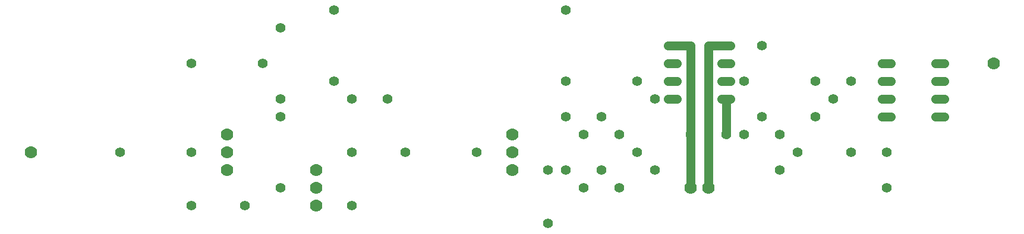
<source format=gbl>
G75*
%MOIN*%
%OFA0B0*%
%FSLAX25Y25*%
%IPPOS*%
%LPD*%
%AMOC8*
5,1,8,0,0,1.08239X$1,22.5*
%
%ADD10C,0.05543*%
%ADD11C,0.05150*%
%ADD12C,0.07000*%
%ADD13C,0.05000*%
D10*
X0098450Y0071000D03*
X0128450Y0071000D03*
X0148450Y0081000D03*
X0188450Y0071000D03*
X0188450Y0101000D03*
X0218450Y0101000D03*
X0258450Y0101000D03*
X0298450Y0091000D03*
X0308450Y0091000D03*
X0328450Y0091000D03*
X0318450Y0081000D03*
X0338450Y0081000D03*
X0358450Y0091000D03*
X0348450Y0101000D03*
X0338450Y0111000D03*
X0328450Y0121000D03*
X0318450Y0111000D03*
X0308450Y0121000D03*
X0308450Y0141000D03*
X0348450Y0141000D03*
X0358450Y0131000D03*
X0378450Y0111000D03*
X0398450Y0111000D03*
X0408450Y0111000D03*
X0418450Y0121000D03*
X0428450Y0111000D03*
X0438450Y0101000D03*
X0428450Y0091000D03*
X0468450Y0101000D03*
X0488450Y0101000D03*
X0488450Y0081000D03*
X0448450Y0121000D03*
X0458450Y0131000D03*
X0448450Y0141000D03*
X0468450Y0141000D03*
X0418450Y0161000D03*
X0408450Y0141000D03*
X0308450Y0181000D03*
X0208450Y0131000D03*
X0188450Y0131000D03*
X0178450Y0141000D03*
X0148450Y0131000D03*
X0148450Y0121000D03*
X0098450Y0101000D03*
X0058450Y0101000D03*
X0098450Y0151000D03*
X0138450Y0151000D03*
X0148450Y0171000D03*
X0178450Y0181000D03*
X0298450Y0061000D03*
D11*
X0365875Y0131000D02*
X0371025Y0131000D01*
X0371025Y0141000D02*
X0365875Y0141000D01*
X0365875Y0151000D02*
X0371025Y0151000D01*
X0371025Y0161000D02*
X0365875Y0161000D01*
X0395875Y0161000D02*
X0401025Y0161000D01*
X0401025Y0151000D02*
X0395875Y0151000D01*
X0395875Y0141000D02*
X0401025Y0141000D01*
X0401025Y0131000D02*
X0395875Y0131000D01*
X0485875Y0131000D02*
X0491025Y0131000D01*
X0491025Y0121000D02*
X0485875Y0121000D01*
X0515875Y0121000D02*
X0521025Y0121000D01*
X0521025Y0131000D02*
X0515875Y0131000D01*
X0515875Y0141000D02*
X0521025Y0141000D01*
X0521025Y0151000D02*
X0515875Y0151000D01*
X0491025Y0151000D02*
X0485875Y0151000D01*
X0485875Y0141000D02*
X0491025Y0141000D01*
D12*
X0548450Y0151000D03*
X0388450Y0081000D03*
X0378450Y0081000D03*
X0278450Y0091000D03*
X0278450Y0101000D03*
X0278450Y0111000D03*
X0168450Y0091000D03*
X0168450Y0081000D03*
X0168450Y0071000D03*
X0118450Y0091000D03*
X0118450Y0101000D03*
X0118450Y0111000D03*
X0008450Y0101000D03*
D13*
X0368450Y0161000D02*
X0378450Y0161000D01*
X0378450Y0081000D01*
X0388450Y0081000D02*
X0388450Y0161000D01*
X0398450Y0161000D01*
X0398450Y0131000D02*
X0398450Y0111000D01*
M02*

</source>
